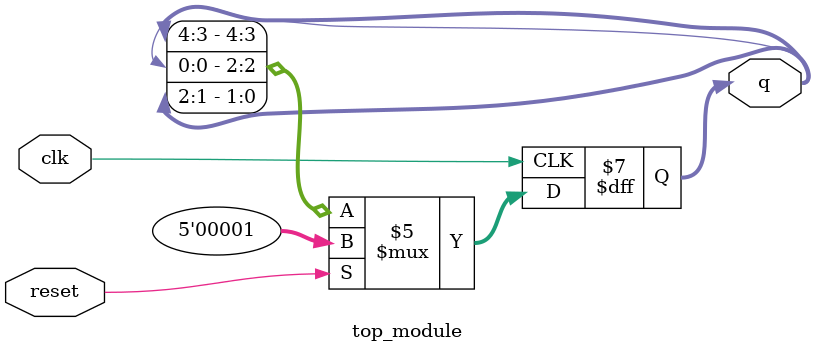
<source format=v>
module top_module (
    input                   clk     ,
    input                   reset   ,
    output      [4 : 0]     q
);

    always @ (posedge clk) begin
        if (reset)  q <= 'h1;
        else begin
            q <= {q[0] ^ 1'b0, q[4], q[3], ^ q[0], q[2], q[1]};
        end
    end

endmodule
</source>
